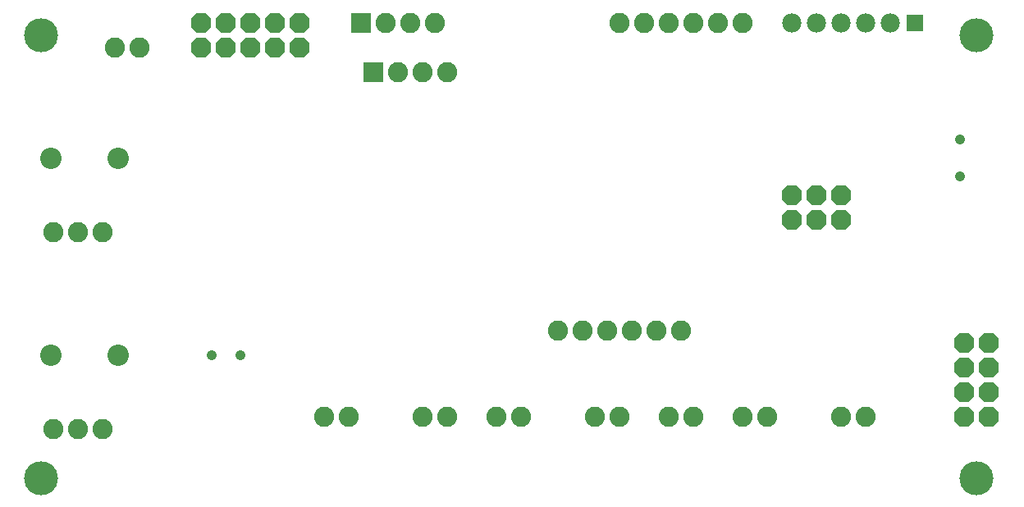
<source format=gbr>
G04 EAGLE Gerber RS-274X export*
G75*
%MOMM*%
%FSLAX34Y34*%
%LPD*%
%INSoldermask Bottom*%
%IPPOS*%
%AMOC8*
5,1,8,0,0,1.08239X$1,22.5*%
G01*
%ADD10C,2.082800*%
%ADD11C,2.203200*%
%ADD12C,1.053200*%
%ADD13R,2.082800X2.082800*%
%ADD14P,2.254402X8X22.500000*%
%ADD15P,2.254402X8X292.500000*%
%ADD16R,1.812800X1.812800*%
%ADD17C,1.981200*%
%ADD18C,3.505200*%


D10*
X749300Y495300D03*
X723900Y495300D03*
X698500Y495300D03*
X673100Y495300D03*
X647700Y495300D03*
X622300Y495300D03*
D11*
X35000Y355600D03*
X105000Y355600D03*
X35000Y152400D03*
X105000Y152400D03*
D12*
X973680Y336600D03*
X973680Y374600D03*
D10*
X317500Y88900D03*
X342900Y88900D03*
X495300Y88900D03*
X520700Y88900D03*
X419100Y88900D03*
X444500Y88900D03*
X673100Y88900D03*
X698500Y88900D03*
X596900Y88900D03*
X622300Y88900D03*
X749300Y88900D03*
X774700Y88900D03*
D13*
X355600Y495300D03*
D10*
X381000Y495300D03*
X406400Y495300D03*
X431800Y495300D03*
D14*
X800100Y292100D03*
X800100Y317500D03*
X825500Y292100D03*
X825500Y317500D03*
X850900Y292100D03*
X850900Y317500D03*
D15*
X977900Y165100D03*
X1003300Y165100D03*
X977900Y139700D03*
X1003300Y139700D03*
X977900Y114300D03*
X1003300Y114300D03*
X977900Y88900D03*
X1003300Y88900D03*
D10*
X685800Y177800D03*
X660400Y177800D03*
X635000Y177800D03*
X609600Y177800D03*
X584200Y177800D03*
X558800Y177800D03*
D12*
X200900Y152400D03*
X230900Y152400D03*
D14*
X190500Y469900D03*
X190500Y495300D03*
X215900Y469900D03*
X215900Y495300D03*
X241300Y469900D03*
X241300Y495300D03*
X266700Y469900D03*
X266700Y495300D03*
X292100Y469900D03*
X292100Y495300D03*
D16*
X927100Y495300D03*
D17*
X901700Y495300D03*
X876300Y495300D03*
X850900Y495300D03*
X825500Y495300D03*
X800100Y495300D03*
D18*
X990600Y482600D03*
X990600Y25400D03*
X25400Y25400D03*
X25400Y482600D03*
D13*
X368300Y444500D03*
D10*
X393700Y444500D03*
X419100Y444500D03*
X444500Y444500D03*
X38100Y76200D03*
X63500Y76200D03*
X88900Y76200D03*
X38100Y279400D03*
X63500Y279400D03*
X88900Y279400D03*
X101600Y469900D03*
X127000Y469900D03*
X850900Y88900D03*
X876300Y88900D03*
M02*

</source>
